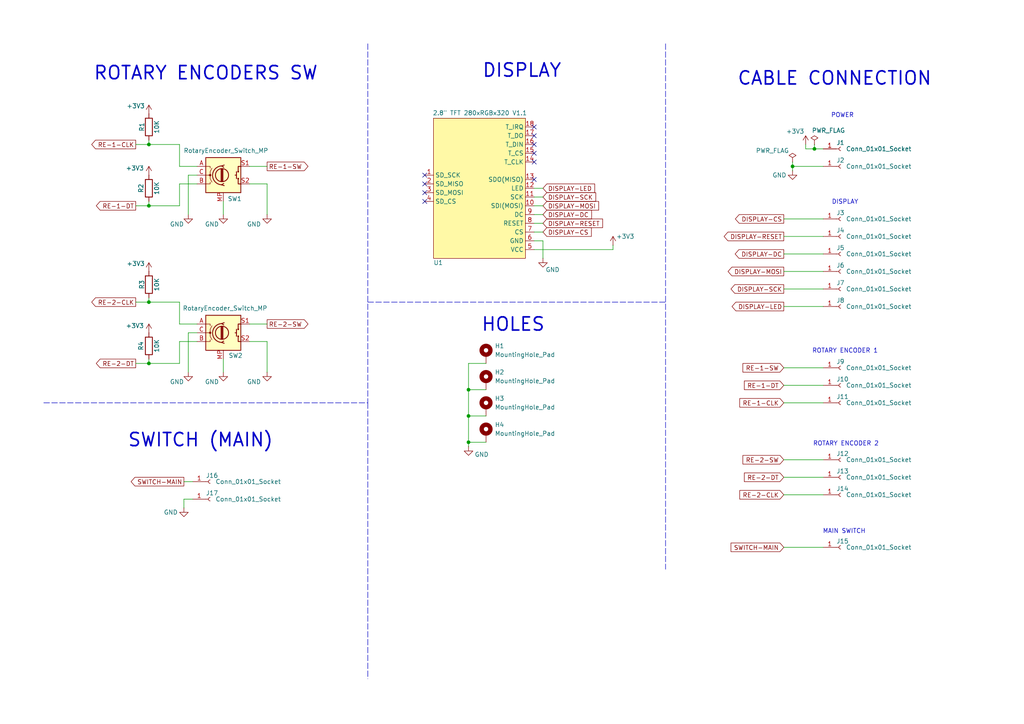
<source format=kicad_sch>
(kicad_sch (version 20250114) (generator "eeschema") (generator_version "9.0")
  (paper "A4")
  (lib_symbols
    (symbol "Connector:Conn_01x01_Socket" (pin_names (offset 1.016) (hide yes))
      (property "Reference" "J" (at 0 2.54 0))
      (property "Value" "Conn_01x01_Socket" (at 0 -2.54 0))
      (symbol "Conn_01x01_Socket_1_1"
        (polyline (pts (xy -1.27 0) (xy -0.508 0)) (stroke (width 0.1524)))
        (arc (start 0 -0.508) (mid -0.5058 0) (end 0 0.508) (stroke (width 0.1524)))
        (pin passive line (at -5.08 0 0) (length 3.81) (name "Pin_1") (number "1"))
      )
    )
    (symbol "Device:R" (pin_numbers (hide yes)) (pin_names (offset 0))
      (property "Reference" "R" (at 2.032 0 90))
      (property "Value" "R" (at 0 0 90))
      (symbol "R_0_1"
        (rectangle (start -1.016 -2.54) (end 1.016 2.54) (stroke (width 0.254)))
      )
      (symbol "R_1_1"
        (pin passive line (at 0 3.81 270) (length 1.27) (name "~") (number "1"))
        (pin passive line (at 0 -3.81 90) (length 1.27) (name "~") (number "2"))
      )
    )
    (symbol "Device:RotaryEncoder_Switch_MP" (pin_names (offset 0.254) (hide yes))
      (property "Reference" "SW" (at 0 8.89 0))
      (property "Value" "RotaryEncoder_Switch_MP" (at 0 6.35 0))
      (symbol "RotaryEncoder_Switch_MP_0_1"
        (rectangle (start -5.08 5.08) (end 5.08 -5.08) (stroke (width 0.254)) (fill (type background)))
        (polyline (pts (xy -5.08 2.54) (xy -3.81 2.54) (xy -3.81 2.032)))
        (polyline (pts (xy -5.08 0) (xy -3.81 0) (xy -3.81 -1.016) (xy -3.302 -2.032)))
        (polyline (pts (xy -5.08 -2.54) (xy -3.81 -2.54) (xy -3.81 -2.032)))
        (polyline (pts (xy -4.318 0) (xy -3.81 0) (xy -3.81 1.016) (xy -3.302 2.032)))
        (circle (center -3.81 0) (radius 0.254) (fill (type outline)))
        (polyline (pts (xy -0.635 -1.778) (xy -0.635 1.778)) (stroke (width 0.254)))
        (circle (center -0.381 0) (radius 1.905) (stroke (width 0.254)))
        (polyline (pts (xy -0.381 -1.778) (xy -0.381 1.778)) (stroke (width 0.254)))
        (arc (start -0.381 -2.794) (mid -3.0988 -0.0635) (end -0.381 2.667) (stroke (width 0.254)))
        (polyline (pts (xy -0.127 1.778) (xy -0.127 -1.778)) (stroke (width 0.254)))
        (polyline (pts (xy 0.254 2.921) (xy -0.508 2.667) (xy 0.127 2.286)) (stroke (width 0.254)))
        (polyline (pts (xy 0.254 -3.048) (xy -0.508 -2.794) (xy 0.127 -2.413)) (stroke (width 0.254)))
        (polyline (pts (xy 3.81 1.016) (xy 3.81 -1.016)) (stroke (width 0.254)))
        (polyline (pts (xy 3.81 0) (xy 3.429 0)) (stroke (width 0.254)))
        (circle (center 4.318 1.016) (radius 0.127) (stroke (width 0.254)))
        (circle (center 4.318 -1.016) (radius 0.127) (stroke (width 0.254)))
        (polyline (pts (xy 5.08 2.54) (xy 4.318 2.54) (xy 4.318 1.016)) (stroke (width 0.254)))
        (polyline (pts (xy 5.08 -2.54) (xy 4.318 -2.54) (xy 4.318 -1.016)) (stroke (width 0.254)))
      )
      (symbol "RotaryEncoder_Switch_MP_1_1"
        (pin passive line (at -7.62 2.54 0) (length 2.54) (name "A") (number "A"))
        (pin passive line (at -7.62 0 0) (length 2.54) (name "C") (number "C"))
        (pin passive line (at -7.62 -2.54 0) (length 2.54) (name "B") (number "B"))
        (pin passive line (at 0 -7.62 90) (length 2.54) (name "MP") (number "MP"))
        (pin passive line (at 7.62 2.54 180) (length 2.54) (name "S1") (number "S1"))
        (pin passive line (at 7.62 -2.54 180) (length 2.54) (name "S2") (number "S2"))
      )
    )
    (symbol "KiCAD-DotaPie-symbols:2.8_TFT_240xRGBx320 v1.1"
      (property "Reference" "U" (at -5.08 -6.35 0))
      (property "Value" "2.8\" TFT 280xRGBx320 V1.1" (at 8.382 37.084 0))
      (symbol "2.8_TFT_240xRGBx320 v1.1_1_1"
        (rectangle (start -5.08 35.56) (end 21.59 -5.08) (fill (type color) (color 255 249 166 1)))
        (pin input line (at -7.62 19.05 0) (length 2.54) (name "SD_SCK") (number "1"))
        (pin output line (at -7.62 16.51 0) (length 2.54) (name "SD_MISO") (number "2"))
        (pin input line (at -7.62 13.97 0) (length 2.54) (name "SD_MOSI") (number "3"))
        (pin input line (at -7.62 11.43 0) (length 2.54) (name "SD_CS") (number "4"))
        (pin output line (at 24.13 33.02 180) (length 2.54) (name "T_IRQ") (number "18"))
        (pin output line (at 24.13 30.48 180) (length 2.54) (name "T_DO") (number "17"))
        (pin input line (at 24.13 27.94 180) (length 2.54) (name "T_DIN") (number "16"))
        (pin input line (at 24.13 25.4 180) (length 2.54) (name "T_CS") (number "15"))
        (pin input line (at 24.13 22.86 180) (length 2.54) (name "T_CLK") (number "14"))
        (pin output line (at 24.13 17.78 180) (length 2.54) (name "SDO(MISO)") (number "13"))
        (pin input line (at 24.13 15.24 180) (length 2.54) (name "LED") (number "12"))
        (pin input line (at 24.13 12.7 180) (length 2.54) (name "SCK") (number "11"))
        (pin input line (at 24.13 10.16 180) (length 2.54) (name "SDI(MOSI)") (number "10"))
        (pin input line (at 24.13 7.62 180) (length 2.54) (name "DC") (number "9"))
        (pin input line (at 24.13 5.08 180) (length 2.54) (name "RESET") (number "8"))
        (pin input line (at 24.13 2.54 180) (length 2.54) (name "CS") (number "7"))
        (pin power_in line (at 24.13 0 180) (length 2.54) (name "GND") (number "6"))
        (pin power_in line (at 24.13 -2.54 180) (length 2.54) (name "VCC") (number "5"))
      )
    )
    (symbol "Mechanical:MountingHole_Pad" (pin_numbers (hide yes)) (pin_names (offset 1.016) (hide yes)) (in_bom no)
      (property "Reference" "H" (at 0 6.35 0))
      (property "Value" "MountingHole_Pad" (at 0 4.445 0))
      (symbol "MountingHole_Pad_0_1"
        (circle (center 0 1.27) (radius 1.27) (stroke (width 1.27)))
      )
      (symbol "MountingHole_Pad_1_1"
        (pin input line (at 0 -2.54 90) (length 2.54) (name "1") (number "1"))
      )
    )
    (symbol "power:+3V3" (power) (pin_numbers (hide yes)) (pin_names (offset 0) (hide yes))
      (property "Value" "+3V3" (at 0 3.556 0))
      (symbol "+3V3_0_1"
        (polyline (pts (xy -0.762 1.27) (xy 0 2.54)))
        (polyline (pts (xy 0 2.54) (xy 0.762 1.27)))
        (polyline (pts (xy 0 0) (xy 0 2.54)))
      )
      (symbol "+3V3_1_1"
        (pin power_in line (at 0 0 90) (length 0) (name "~") (number "1"))
      )
    )
    (symbol "power:GND" (power) (pin_numbers (hide yes)) (pin_names (offset 0) (hide yes))
      (property "Value" "GND" (at 0 -3.81 0))
      (symbol "GND_0_1"
        (polyline (pts (xy 0 0) (xy 0 -1.27) (xy 1.27 -1.27) (xy 0 -2.54) (xy -1.27 -1.27) (xy 0 -1.27)))
      )
      (symbol "GND_1_1"
        (pin power_in line (at 0 0 270) (length 0) (name "~") (number "1"))
      )
    )
    (symbol "power:PWR_FLAG" (power) (pin_numbers (hide yes)) (pin_names (offset 0) (hide yes))
      (property "Value" "PWR_FLAG" (at 0 3.81 0))
      (symbol "PWR_FLAG_0_0"
        (pin power_out line (at 0 0 90) (length 0) (name "~") (number "1"))
      )
      (symbol "PWR_FLAG_0_1"
        (polyline (pts (xy 0 0) (xy 0 1.27) (xy -1.016 1.905) (xy 0 2.54) (xy 1.016 1.905) (xy 0 1.27)))
      )
    )
  )
  (text "ROTARY ENCODER 2\n" (at 245.364 128.778 0) (effects (font (size 1.27 1.27))))
  (text "DISPLAY" (at 245.11 58.674 0) (effects (font (size 1.27 1.27))))
  (text "ROTARY ENCODER 1" (at 245.11 101.854 0) (effects (font (size 1.27 1.27))))
  (text "ROTARY ENCODERS SW" (at 59.69 21.336 0) (effects (font (size 3.81 3.81) (thickness 0.4763))))
  (text "MAIN SWITCH" (at 244.856 154.178 0) (effects (font (size 1.27 1.27))))
  (text "HOLES" (at 148.844 94.234 0) (effects (font (size 3.81 3.81) (thickness 0.4763))))
  (text "CABLE CONNECTION" (at 242.062 22.86 0) (effects (font (size 3.81 3.81) (thickness 0.4763))))
  (text "DISPLAY" (at 151.384 20.574 0) (effects (font (size 3.81 3.81) (thickness 0.4763))))
  (text "POWER" (at 244.348 33.528 0) (effects (font (size 1.27 1.27))))
  (text "SWITCH (MAIN)" (at 58.166 127.762 0) (effects (font (size 3.81 3.81) (thickness 0.4763))))
  (junction (at 43.18 87.63))
  (junction (at 135.89 113.03))
  (junction (at 43.18 105.41))
  (junction (at 43.18 59.69))
  (junction (at 135.89 128.27))
  (junction (at 135.89 120.65))
  (junction (at 229.87 48.26))
  (junction (at 43.18 41.91))
  (junction (at 236.22 43.18))
  (no_connect (at 154.94 36.83))
  (no_connect (at 123.19 58.42))
  (no_connect (at 154.94 52.07))
  (no_connect (at 123.19 53.34))
  (no_connect (at 154.94 44.45))
  (no_connect (at 154.94 46.99))
  (no_connect (at 154.94 41.91))
  (no_connect (at 154.94 39.37))
  (no_connect (at 123.19 50.8))
  (no_connect (at 123.19 55.88))
  (wire (pts (xy 52.07 99.06) (xy 52.07 105.41)))
  (wire (pts (xy 54.61 96.52) (xy 54.61 107.95)))
  (wire (pts (xy 135.89 120.65) (xy 135.89 128.27)))
  (wire (pts (xy 227.33 106.68) (xy 238.76 106.68)))
  (wire (pts (xy 43.18 86.36) (xy 43.18 87.63)))
  (wire (pts (xy 157.48 69.85) (xy 157.48 74.93)))
  (wire (pts (xy 154.94 72.39) (xy 177.8 72.39)))
  (wire (pts (xy 229.87 46.99) (xy 229.87 48.26)))
  (wire (pts (xy 43.18 40.64) (xy 43.18 41.91)))
  (wire (pts (xy 227.33 158.75) (xy 238.76 158.75)))
  (wire (pts (xy 39.37 41.91) (xy 43.18 41.91)))
  (wire (pts (xy 72.39 48.26) (xy 77.47 48.26)))
  (wire (pts (xy 77.47 99.06) (xy 77.47 107.95)))
  (wire (pts (xy 57.15 99.06) (xy 52.07 99.06)))
  (wire (pts (xy 39.37 105.41) (xy 43.18 105.41)))
  (wire (pts (xy 154.94 69.85) (xy 157.48 69.85)))
  (wire (pts (xy 135.89 105.41) (xy 135.89 113.03)))
  (wire (pts (xy 39.37 59.69) (xy 43.18 59.69)))
  (wire (pts (xy 227.33 138.43) (xy 238.76 138.43)))
  (wire (pts (xy 52.07 48.26) (xy 52.07 41.91)))
  (wire (pts (xy 135.89 120.65) (xy 140.97 120.65)))
  (wire (pts (xy 57.15 50.8) (xy 54.61 50.8)))
  (wire (pts (xy 43.18 41.91) (xy 52.07 41.91)))
  (wire (pts (xy 57.15 48.26) (xy 52.07 48.26)))
  (wire (pts (xy 135.89 128.27) (xy 140.97 128.27)))
  (wire (pts (xy 64.77 104.14) (xy 64.77 107.95)))
  (wire (pts (xy 135.89 113.03) (xy 140.97 113.03)))
  (wire (pts (xy 72.39 93.98) (xy 77.47 93.98)))
  (wire (pts (xy 57.15 53.34) (xy 52.07 53.34)))
  (wire (pts (xy 54.61 50.8) (xy 54.61 62.23)))
  (wire (pts (xy 43.18 59.69) (xy 52.07 59.69)))
  (polyline (pts (xy 106.68 116.84) (xy 106.68 196.85)) (stroke (width 0) (type dash)))
  (wire (pts (xy 229.87 48.26) (xy 229.87 49.53)))
  (polyline (pts (xy 106.68 87.63) (xy 193.04 87.63)) (stroke (width 0) (type dash)))
  (wire (pts (xy 140.97 105.41) (xy 135.89 105.41)))
  (wire (pts (xy 53.34 139.7) (xy 55.88 139.7)))
  (wire (pts (xy 227.33 143.51) (xy 238.76 143.51)))
  (wire (pts (xy 227.33 88.9) (xy 238.76 88.9)))
  (wire (pts (xy 236.22 43.18) (xy 238.76 43.18)))
  (wire (pts (xy 227.33 111.76) (xy 238.76 111.76)))
  (polyline (pts (xy 193.04 12.7) (xy 193.04 165.1)) (stroke (width 0) (type dash)))
  (wire (pts (xy 229.87 48.26) (xy 238.76 48.26)))
  (wire (pts (xy 227.33 78.74) (xy 238.76 78.74)))
  (wire (pts (xy 53.34 144.78) (xy 53.34 147.32)))
  (wire (pts (xy 227.33 83.82) (xy 238.76 83.82)))
  (wire (pts (xy 72.39 99.06) (xy 77.47 99.06)))
  (wire (pts (xy 77.47 53.34) (xy 77.47 62.23)))
  (wire (pts (xy 227.33 133.35) (xy 238.76 133.35)))
  (wire (pts (xy 154.94 54.61) (xy 157.48 54.61)))
  (wire (pts (xy 43.18 105.41) (xy 52.07 105.41)))
  (wire (pts (xy 154.94 57.15) (xy 157.48 57.15)))
  (wire (pts (xy 55.88 144.78) (xy 53.34 144.78)))
  (wire (pts (xy 154.94 59.69) (xy 157.48 59.69)))
  (wire (pts (xy 57.15 96.52) (xy 54.61 96.52)))
  (wire (pts (xy 57.15 93.98) (xy 52.07 93.98)))
  (wire (pts (xy 177.8 71.12) (xy 177.8 72.39)))
  (polyline (pts (xy 12.7 116.84) (xy 106.68 116.84)) (stroke (width 0) (type dash)))
  (wire (pts (xy 233.68 43.18) (xy 236.22 43.18)))
  (wire (pts (xy 43.18 87.63) (xy 52.07 87.63)))
  (wire (pts (xy 72.39 53.34) (xy 77.47 53.34)))
  (wire (pts (xy 233.68 41.91) (xy 233.68 43.18)))
  (wire (pts (xy 227.33 73.66) (xy 238.76 73.66)))
  (wire (pts (xy 154.94 67.31) (xy 157.48 67.31)))
  (wire (pts (xy 52.07 53.34) (xy 52.07 59.69)))
  (polyline (pts (xy 106.68 12.7) (xy 106.68 116.84)) (stroke (width 0) (type dash)))
  (wire (pts (xy 154.94 62.23) (xy 157.48 62.23)))
  (wire (pts (xy 236.22 41.91) (xy 236.22 43.18)))
  (wire (pts (xy 39.37 87.63) (xy 43.18 87.63)))
  (wire (pts (xy 43.18 58.42) (xy 43.18 59.69)))
  (wire (pts (xy 227.33 68.58) (xy 238.76 68.58)))
  (wire (pts (xy 43.18 104.14) (xy 43.18 105.41)))
  (wire (pts (xy 227.33 116.84) (xy 238.76 116.84)))
  (wire (pts (xy 227.33 63.5) (xy 238.76 63.5)))
  (wire (pts (xy 52.07 93.98) (xy 52.07 87.63)))
  (wire (pts (xy 64.77 58.42) (xy 64.77 62.23)))
  (wire (pts (xy 135.89 113.03) (xy 135.89 120.65)))
  (wire (pts (xy 154.94 64.77) (xy 157.48 64.77)))
  (wire (pts (xy 135.89 128.27) (xy 135.89 129.54)))
  (global_label "SWITCH-MAIN" (shape output) (at 53.34 139.7 180) (property "Intersheetrefs" "${INTERSHEET_REFS}" (effects (hide yes))))
  (global_label "DISPLAY-LED" (shape input) (at 157.48 54.61 0) (property "Intersheetrefs" "${INTERSHEET_REFS}" (effects (hide yes))))
  (global_label "RE-2-CLK" (shape output) (at 39.37 87.63 180) (property "Intersheetrefs" "${INTERSHEET_REFS}" (effects (hide yes))))
  (global_label "RE-2-CLK" (shape input) (at 227.33 143.51 180) (property "Intersheetrefs" "${INTERSHEET_REFS}" (effects (hide yes))))
  (global_label "DISPLAY-SCK" (shape output) (at 227.33 83.82 180) (property "Intersheetrefs" "${INTERSHEET_REFS}" (effects (hide yes))))
  (global_label "DISPLAY-RESET" (shape input) (at 157.48 64.77 0) (property "Intersheetrefs" "${INTERSHEET_REFS}" (effects (hide yes))))
  (global_label "RE-2-DT" (shape input) (at 227.33 138.43 180) (property "Intersheetrefs" "${INTERSHEET_REFS}" (effects (hide yes))))
  (global_label "RE-1-DT" (shape output) (at 39.37 59.69 180) (property "Intersheetrefs" "${INTERSHEET_REFS}" (effects (hide yes))))
  (global_label "RE-1-DT" (shape input) (at 227.33 111.76 180) (property "Intersheetrefs" "${INTERSHEET_REFS}" (effects (hide yes))))
  (global_label "RE-1-CLK" (shape output) (at 39.37 41.91 180) (property "Intersheetrefs" "${INTERSHEET_REFS}" (effects (hide yes))))
  (global_label "DISPLAY-MOSI" (shape input) (at 157.48 59.69 0) (property "Intersheetrefs" "${INTERSHEET_REFS}" (effects (hide yes))))
  (global_label "DISPLAY-MOSI" (shape output) (at 227.33 78.74 180) (property "Intersheetrefs" "${INTERSHEET_REFS}" (effects (hide yes))))
  (global_label "DISPLAY-CS" (shape input) (at 157.48 67.31 0) (property "Intersheetrefs" "${INTERSHEET_REFS}" (effects (hide yes))))
  (global_label "DISPLAY-CS" (shape output) (at 227.33 63.5 180) (property "Intersheetrefs" "${INTERSHEET_REFS}" (effects (hide yes))))
  (global_label "RE-1-SW" (shape output) (at 77.47 48.26 0) (property "Intersheetrefs" "${INTERSHEET_REFS}" (effects (hide yes))))
  (global_label "RE-1-SW" (shape input) (at 227.33 106.68 180) (property "Intersheetrefs" "${INTERSHEET_REFS}" (effects (hide yes))))
  (global_label "SWITCH-MAIN" (shape input) (at 227.33 158.75 180) (property "Intersheetrefs" "${INTERSHEET_REFS}" (effects (hide yes))))
  (global_label "RE-2-DT" (shape output) (at 39.37 105.41 180) (property "Intersheetrefs" "${INTERSHEET_REFS}" (effects (hide yes))))
  (global_label "DISPLAY-SCK" (shape input) (at 157.48 57.15 0) (property "Intersheetrefs" "${INTERSHEET_REFS}" (effects (hide yes))))
  (global_label "RE-2-SW" (shape input) (at 227.33 133.35 180) (property "Intersheetrefs" "${INTERSHEET_REFS}" (effects (hide yes))))
  (global_label "DISPLAY-RESET" (shape output) (at 227.33 68.58 180) (property "Intersheetrefs" "${INTERSHEET_REFS}" (effects (hide yes))))
  (global_label "DISPLAY-LED" (shape output) (at 227.33 88.9 180) (property "Intersheetrefs" "${INTERSHEET_REFS}" (effects (hide yes))))
  (global_label "RE-2-SW" (shape output) (at 77.47 93.98 0) (property "Intersheetrefs" "${INTERSHEET_REFS}" (effects (hide yes))))
  (global_label "DISPLAY-DC" (shape output) (at 227.33 73.66 180) (property "Intersheetrefs" "${INTERSHEET_REFS}" (effects (hide yes))))
  (global_label "RE-1-CLK" (shape input) (at 227.33 116.84 180) (property "Intersheetrefs" "${INTERSHEET_REFS}" (effects (hide yes))))
  (global_label "DISPLAY-DC" (shape input) (at 157.48 62.23 0) (property "Intersheetrefs" "${INTERSHEET_REFS}" (effects (hide yes))))
  (symbol (lib_id "power:GND") (at 135.89 129.54 0) (unit 1)
    (property "Reference" "#PWR013" (effects (hide yes)))
    (property "Value" "GND" (at 139.7 131.826 0))
    (property "Description" "Power symbol creates a global label with name \"GND\" , ground" (effects (hide yes)))
  )
  (symbol (lib_id "Mechanical:MountingHole_Pad") (at 140.97 125.73 0) (unit 1) (in_bom no)
    (property "Reference" "H4" (at 143.51 123.1899 0) (effects (justify left)))
    (property "Value" "MountingHole_Pad" (at 143.51 125.7299 0) (effects (justify left)))
    (property "Footprint" "MountingHole:MountingHole_3.2mm_M3_Pad_TopBottom" (effects (hide yes)))
    (property "Description" "Mounting Hole with connection" (effects (hide yes)))
  )
  (symbol (lib_id "power:+3V3") (at 43.18 78.74 0) (unit 1)
    (property "Reference" "#PWR012" (effects (hide yes)))
    (property "Value" "+3V3" (at 39.37 76.454 0))
    (property "Description" "Power symbol creates a global label with name \"+3V3\"" (effects (hide yes)))
  )
  (symbol (lib_id "Device:RotaryEncoder_Switch_MP") (at 64.77 50.8 0) (unit 1)
    (property "Reference" "SW1" (at 68.072 57.658 0))
    (property "Value" "RotaryEncoder_Switch_MP" (at 65.532 43.688 0))
    (property "Footprint" "Rotary_Encoder:RotaryEncoder_Alps_EC11E-Switch_Vertical_H20mm" (effects (hide yes)))
    (property "Description" "Rotary encoder, dual channel, incremental quadrate outputs, with switch and MP Pin" (effects (hide yes)))
  )
  (symbol (lib_id "Connector:Conn_01x01_Socket") (at 243.84 68.58 0) (unit 1)
    (property "Reference" "J4" (at 242.57 66.802 0) (effects (justify left)))
    (property "Value" "Conn_01x01_Socket" (at 245.364 68.58 0) (effects (justify left)))
    (property "Footprint" "TestPoint:TestPoint_Keystone_5019_Miniature" (effects (hide yes)))
    (property "Description" "Generic connector, single row, 01x01, script generated" (effects (hide yes)))
  )
  (symbol (lib_id "Connector:Conn_01x01_Socket") (at 243.84 133.35 0) (unit 1)
    (property "Reference" "J12" (at 242.57 131.572 0) (effects (justify left)))
    (property "Value" "Conn_01x01_Socket" (at 245.364 133.35 0) (effects (justify left)))
    (property "Footprint" "TestPoint:TestPoint_Keystone_5019_Miniature" (effects (hide yes)))
    (property "Description" "Generic connector, single row, 01x01, script generated" (effects (hide yes)))
  )
  (symbol (lib_id "Connector:Conn_01x01_Socket") (at 243.84 143.51 0) (unit 1)
    (property "Reference" "J14" (at 242.57 141.732 0) (effects (justify left)))
    (property "Value" "Conn_01x01_Socket" (at 245.364 143.51 0) (effects (justify left)))
    (property "Footprint" "TestPoint:TestPoint_Keystone_5019_Miniature" (effects (hide yes)))
    (property "Description" "Generic connector, single row, 01x01, script generated" (effects (hide yes)))
  )
  (symbol (lib_id "Connector:Conn_01x01_Socket") (at 243.84 106.68 0) (unit 1)
    (property "Reference" "J9" (at 242.57 104.902 0) (effects (justify left)))
    (property "Value" "Conn_01x01_Socket" (at 245.364 106.68 0) (effects (justify left)))
    (property "Footprint" "TestPoint:TestPoint_Keystone_5019_Miniature" (effects (hide yes)))
    (property "Description" "Generic connector, single row, 01x01, script generated" (effects (hide yes)))
  )
  (symbol (lib_id "power:+3V3") (at 43.18 33.02 0) (unit 1)
    (property "Reference" "#PWR09" (effects (hide yes)))
    (property "Value" "+3V3" (at 39.37 30.734 0))
    (property "Description" "Power symbol creates a global label with name \"+3V3\"" (effects (hide yes)))
  )
  (symbol (lib_id "Connector:Conn_01x01_Socket") (at 243.84 78.74 0) (unit 1)
    (property "Reference" "J6" (at 242.57 76.962 0) (effects (justify left)))
    (property "Value" "Conn_01x01_Socket" (at 245.364 78.74 0) (effects (justify left)))
    (property "Footprint" "TestPoint:TestPoint_Keystone_5019_Miniature" (effects (hide yes)))
    (property "Description" "Generic connector, single row, 01x01, script generated" (effects (hide yes)))
  )
  (symbol (lib_id "Connector:Conn_01x01_Socket") (at 243.84 43.18 0) (unit 1)
    (property "Reference" "J1" (at 242.57 41.402 0) (effects (justify left)))
    (property "Value" "Conn_01x01_Socket" (at 245.364 43.18 0) (effects (justify left)))
    (property "Footprint" "TestPoint:TestPoint_Keystone_5019_Miniature" (effects (hide yes)))
    (property "Description" "Generic connector, single row, 01x01, script generated" (effects (hide yes)))
  )
  (symbol (lib_id "Connector:Conn_01x01_Socket") (at 243.84 48.26 0) (unit 1)
    (property "Reference" "J2" (at 242.57 46.482 0) (effects (justify left)))
    (property "Value" "Conn_01x01_Socket" (at 245.364 48.26 0) (effects (justify left)))
    (property "Footprint" "TestPoint:TestPoint_Keystone_5019_Miniature" (effects (hide yes)))
    (property "Description" "Generic connector, single row, 01x01, script generated" (effects (hide yes)))
  )
  (symbol (lib_id "power:GND") (at 53.34 147.32 0) (unit 1)
    (property "Reference" "#PWR05" (effects (hide yes)))
    (property "Value" "GND" (at 49.53 148.59 0))
    (property "Description" "Power symbol creates a global label with name \"GND\" , ground" (effects (hide yes)))
  )
  (symbol (lib_id "Connector:Conn_01x01_Socket") (at 60.96 144.78 0) (unit 1)
    (property "Reference" "J17" (at 59.69 143.002 0) (effects (justify left)))
    (property "Value" "Conn_01x01_Socket" (at 62.484 144.78 0) (effects (justify left)))
    (property "Footprint" "TestPoint:TestPoint_Keystone_5019_Miniature" (effects (hide yes)))
    (property "Description" "Generic connector, single row, 01x01, script generated" (effects (hide yes)))
  )
  (symbol (lib_id "Connector:Conn_01x01_Socket") (at 243.84 73.66 0) (unit 1)
    (property "Reference" "J5" (at 242.57 71.882 0) (effects (justify left)))
    (property "Value" "Conn_01x01_Socket" (at 245.364 73.66 0) (effects (justify left)))
    (property "Footprint" "TestPoint:TestPoint_Keystone_5019_Miniature" (effects (hide yes)))
    (property "Description" "Generic connector, single row, 01x01, script generated" (effects (hide yes)))
  )
  (symbol (lib_id "power:GND") (at 157.48 74.93 0) (unit 1)
    (property "Reference" "#PWR02" (effects (hide yes)))
    (property "Value" "GND" (at 160.274 78.232 0))
    (property "Description" "Power symbol creates a global label with name \"GND\" , ground" (effects (hide yes)))
  )
  (symbol (lib_id "Connector:Conn_01x01_Socket") (at 243.84 116.84 0) (unit 1)
    (property "Reference" "J11" (at 242.57 115.062 0) (effects (justify left)))
    (property "Value" "Conn_01x01_Socket" (at 245.364 116.84 0) (effects (justify left)))
    (property "Footprint" "TestPoint:TestPoint_Keystone_5019_Miniature" (effects (hide yes)))
    (property "Description" "Generic connector, single row, 01x01, script generated" (effects (hide yes)))
  )
  (symbol (lib_id "power:+3V3") (at 43.18 50.8 0) (unit 1)
    (property "Reference" "#PWR010" (effects (hide yes)))
    (property "Value" "+3V3" (at 39.116 48.768 0))
    (property "Description" "Power symbol creates a global label with name \"+3V3\"" (effects (hide yes)))
  )
  (symbol (lib_id "power:GND") (at 54.61 107.95 0) (unit 1)
    (property "Reference" "#PWR016" (effects (hide yes)))
    (property "Value" "GND" (at 51.308 110.744 0))
    (property "Description" "Power symbol creates a global label with name \"GND\" , ground" (effects (hide yes)))
  )
  (symbol (lib_id "Device:R") (at 43.18 100.33 180) (unit 1)
    (property "Reference" "R4" (at 40.894 100.33 90))
    (property "Value" "10K" (at 45.466 100.33 90))
    (property "Footprint" "Resistor_SMD:R_0805_2012Metric_Pad1.20x1.40mm_HandSolder" (effects (hide yes)))
    (property "Description" "Resistor" (effects (hide yes)))
  )
  (symbol (lib_id "Mechanical:MountingHole_Pad") (at 140.97 102.87 0) (unit 1) (in_bom no)
    (property "Reference" "H1" (at 143.51 100.3299 0) (effects (justify left)))
    (property "Value" "MountingHole_Pad" (at 143.51 102.8699 0) (effects (justify left)))
    (property "Footprint" "MountingHole:MountingHole_3.2mm_M3_Pad_TopBottom" (effects (hide yes)))
    (property "Description" "Mounting Hole with connection" (effects (hide yes)))
  )
  (symbol (lib_id "power:+3V3") (at 43.18 96.52 0) (unit 1)
    (property "Reference" "#PWR014" (effects (hide yes)))
    (property "Value" "+3V3" (at 39.116 94.488 0))
    (property "Description" "Power symbol creates a global label with name \"+3V3\"" (effects (hide yes)))
  )
  (symbol (lib_id "power:GND") (at 77.47 62.23 0) (unit 1)
    (property "Reference" "#PWR07" (effects (hide yes)))
    (property "Value" "GND" (at 73.66 65.024 0))
    (property "Description" "Power symbol creates a global label with name \"GND\" , ground" (effects (hide yes)))
  )
  (symbol (lib_id "Connector:Conn_01x01_Socket") (at 243.84 158.75 0) (unit 1)
    (property "Reference" "J15" (at 242.57 156.972 0) (effects (justify left)))
    (property "Value" "Conn_01x01_Socket" (at 245.364 158.75 0) (effects (justify left)))
    (property "Footprint" "TestPoint:TestPoint_Keystone_5019_Miniature" (effects (hide yes)))
    (property "Description" "Generic connector, single row, 01x01, script generated" (effects (hide yes)))
  )
  (symbol (lib_id "power:GND") (at 54.61 62.23 0) (unit 1)
    (property "Reference" "#PWR011" (effects (hide yes)))
    (property "Value" "GND" (at 51.308 65.024 0))
    (property "Description" "Power symbol creates a global label with name \"GND\" , ground" (effects (hide yes)))
  )
  (symbol (lib_id "power:GND") (at 77.47 107.95 0) (unit 1)
    (property "Reference" "#PWR017" (effects (hide yes)))
    (property "Value" "GND" (at 73.66 110.744 0))
    (property "Description" "Power symbol creates a global label with name \"GND\" , ground" (effects (hide yes)))
  )
  (symbol (lib_id "power:GND") (at 64.77 62.23 0) (unit 1)
    (property "Reference" "#PWR06" (effects (hide yes)))
    (property "Value" "GND" (at 61.468 65.024 0))
    (property "Description" "Power symbol creates a global label with name \"GND\" , ground" (effects (hide yes)))
  )
  (symbol (lib_id "Connector:Conn_01x01_Socket") (at 60.96 139.7 0) (unit 1)
    (property "Reference" "J16" (at 59.69 137.922 0) (effects (justify left)))
    (property "Value" "Conn_01x01_Socket" (at 62.484 139.7 0) (effects (justify left)))
    (property "Footprint" "TestPoint:TestPoint_Keystone_5019_Miniature" (effects (hide yes)))
    (property "Description" "Generic connector, single row, 01x01, script generated" (effects (hide yes)))
  )
  (symbol (lib_id "Connector:Conn_01x01_Socket") (at 243.84 88.9 0) (unit 1)
    (property "Reference" "J8" (at 242.57 87.122 0) (effects (justify left)))
    (property "Value" "Conn_01x01_Socket" (at 245.364 88.9 0) (effects (justify left)))
    (property "Footprint" "TestPoint:TestPoint_Keystone_5019_Miniature" (effects (hide yes)))
    (property "Description" "Generic connector, single row, 01x01, script generated" (effects (hide yes)))
  )
  (symbol (lib_id "Device:R") (at 43.18 36.83 180) (unit 1)
    (property "Reference" "R1" (at 41.148 36.83 90))
    (property "Value" "10K" (at 45.466 36.83 90))
    (property "Footprint" "Resistor_SMD:R_0805_2012Metric_Pad1.20x1.40mm_HandSolder" (effects (hide yes)))
    (property "Description" "Resistor" (effects (hide yes)))
  )
  (symbol (lib_id "Connector:Conn_01x01_Socket") (at 243.84 63.5 0) (unit 1)
    (property "Reference" "J3" (at 242.57 61.722 0) (effects (justify left)))
    (property "Value" "Conn_01x01_Socket" (at 245.364 63.5 0) (effects (justify left)))
    (property "Footprint" "TestPoint:TestPoint_Keystone_5019_Miniature" (effects (hide yes)))
    (property "Description" "Generic connector, single row, 01x01, script generated" (effects (hide yes)))
  )
  (symbol (lib_id "Device:RotaryEncoder_Switch_MP") (at 64.77 96.52 0) (unit 1)
    (property "Reference" "SW2" (at 68.326 103.124 0))
    (property "Value" "RotaryEncoder_Switch_MP" (at 65.278 89.408 0))
    (property "Footprint" "Rotary_Encoder:RotaryEncoder_Alps_EC11E-Switch_Vertical_H20mm" (effects (hide yes)))
    (property "Description" "Rotary encoder, dual channel, incremental quadrate outputs, with switch and MP Pin" (effects (hide yes)))
  )
  (symbol (lib_id "Connector:Conn_01x01_Socket") (at 243.84 111.76 0) (unit 1)
    (property "Reference" "J10" (at 242.57 109.982 0) (effects (justify left)))
    (property "Value" "Conn_01x01_Socket" (at 245.364 111.76 0) (effects (justify left)))
    (property "Footprint" "TestPoint:TestPoint_Keystone_5019_Miniature" (effects (hide yes)))
    (property "Description" "Generic connector, single row, 01x01, script generated" (effects (hide yes)))
  )
  (symbol (lib_id "power:PWR_FLAG") (at 236.22 41.91 0) (unit 1)
    (property "Reference" "#FLG02" (effects (hide yes)))
    (property "Value" "PWR_FLAG" (at 240.284 37.846 0))
    (property "Description" "Special symbol for telling ERC where power comes from" (effects (hide yes)))
  )
  (symbol (lib_id "power:GND") (at 229.87 49.53 0) (unit 1)
    (property "Reference" "#PWR04" (effects (hide yes)))
    (property "Value" "GND" (at 226.06 50.8 0))
    (property "Description" "Power symbol creates a global label with name \"GND\" , ground" (effects (hide yes)))
  )
  (symbol (lib_id "KiCAD-DotaPie-symbols:2.8_TFT_240xRGBx320 v1.1") (at 130.81 69.85 0) (unit 1)
    (property "Reference" "U1" (at 125.73 76.2 0) (effects (justify left)))
    (property "Value" "2.8\" TFT 280xRGBx320 V1.1" (at 139.192 32.766 0))
    (property "Footprint" "KiCAD-DotaPie-footprints:2.8 TFT 240xRGBx320" (effects (hide yes)))
  )
  (symbol (lib_id "power:GND") (at 64.77 107.95 0) (unit 1)
    (property "Reference" "#PWR08" (effects (hide yes)))
    (property "Value" "GND" (at 61.468 110.744 0))
    (property "Description" "Power symbol creates a global label with name \"GND\" , ground" (effects (hide yes)))
  )
  (symbol (lib_id "Mechanical:MountingHole_Pad") (at 140.97 118.11 0) (unit 1) (in_bom no)
    (property "Reference" "H3" (at 143.51 115.5699 0) (effects (justify left)))
    (property "Value" "MountingHole_Pad" (at 143.51 118.1099 0) (effects (justify left)))
    (property "Footprint" "MountingHole:MountingHole_3.2mm_M3_Pad_TopBottom" (effects (hide yes)))
    (property "Description" "Mounting Hole with connection" (effects (hide yes)))
  )
  (symbol (lib_id "power:PWR_FLAG") (at 229.87 46.99 0) (unit 1)
    (property "Reference" "#FLG01" (effects (hide yes)))
    (property "Value" "PWR_FLAG" (at 224.028 43.688 0))
    (property "Description" "Special symbol for telling ERC where power comes from" (effects (hide yes)))
  )
  (symbol (lib_id "Device:R") (at 43.18 54.61 180) (unit 1)
    (property "Reference" "R2" (at 40.894 54.61 90))
    (property "Value" "10K" (at 45.466 54.61 90))
    (property "Footprint" "Resistor_SMD:R_0805_2012Metric_Pad1.20x1.40mm_HandSolder" (effects (hide yes)))
    (property "Description" "Resistor" (effects (hide yes)))
  )
  (symbol (lib_id "power:+3V3") (at 233.68 41.91 0) (unit 1)
    (property "Reference" "#PWR03" (effects (hide yes)))
    (property "Value" "+3V3" (at 230.632 38.1 0))
    (property "Description" "Power symbol creates a global label with name \"+3V3\"" (effects (hide yes)))
  )
  (symbol (lib_id "Device:R") (at 43.18 82.55 180) (unit 1)
    (property "Reference" "R3" (at 41.148 82.55 90))
    (property "Value" "10K" (at 45.466 82.55 90))
    (property "Footprint" "Resistor_SMD:R_0805_2012Metric_Pad1.20x1.40mm_HandSolder" (effects (hide yes)))
    (property "Description" "Resistor" (effects (hide yes)))
  )
  (symbol (lib_id "Connector:Conn_01x01_Socket") (at 243.84 138.43 0) (unit 1)
    (property "Reference" "J13" (at 242.57 136.652 0) (effects (justify left)))
    (property "Value" "Conn_01x01_Socket" (at 245.364 138.43 0) (effects (justify left)))
    (property "Footprint" "TestPoint:TestPoint_Keystone_5019_Miniature" (effects (hide yes)))
    (property "Description" "Generic connector, single row, 01x01, script generated" (effects (hide yes)))
  )
  (symbol (lib_id "Mechanical:MountingHole_Pad") (at 140.97 110.49 0) (unit 1) (in_bom no)
    (property "Reference" "H2" (at 143.51 107.9499 0) (effects (justify left)))
    (property "Value" "MountingHole_Pad" (at 143.51 110.4899 0) (effects (justify left)))
    (property "Footprint" "MountingHole:MountingHole_3.2mm_M3_Pad_TopBottom" (effects (hide yes)))
    (property "Description" "Mounting Hole with connection" (effects (hide yes)))
  )
  (symbol (lib_id "Connector:Conn_01x01_Socket") (at 243.84 83.82 0) (unit 1)
    (property "Reference" "J7" (at 242.57 82.042 0) (effects (justify left)))
    (property "Value" "Conn_01x01_Socket" (at 245.364 83.82 0) (effects (justify left)))
    (property "Footprint" "TestPoint:TestPoint_Keystone_5019_Miniature" (effects (hide yes)))
    (property "Description" "Generic connector, single row, 01x01, script generated" (effects (hide yes)))
  )
  (symbol (lib_id "power:+3V3") (at 177.8 71.12 0) (unit 1)
    (property "Reference" "#PWR01" (effects (hide yes)))
    (property "Value" "+3V3" (at 181.356 68.58 0))
    (property "Description" "Power symbol creates a global label with name \"+3V3\"" (effects (hide yes)))
  )
)
</source>
